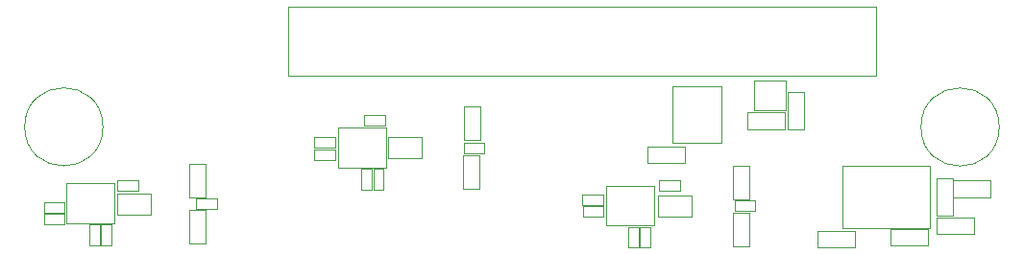
<source format=gbr>
%TF.GenerationSoftware,KiCad,Pcbnew,7.0.8*%
%TF.CreationDate,2024-02-06T22:23:07+01:00*%
%TF.ProjectId,HatV3,48617456-332e-46b6-9963-61645f706362,V2*%
%TF.SameCoordinates,Original*%
%TF.FileFunction,Other,User*%
%FSLAX46Y46*%
G04 Gerber Fmt 4.6, Leading zero omitted, Abs format (unit mm)*
G04 Created by KiCad (PCBNEW 7.0.8) date 2024-02-06 22:23:07*
%MOMM*%
%LPD*%
G01*
G04 APERTURE LIST*
%ADD10C,0.050000*%
G04 APERTURE END LIST*
D10*
%TO.C,C11*%
X165634400Y-102651000D02*
X168934400Y-102651000D01*
X165634400Y-104111000D02*
X165634400Y-102651000D01*
X168934400Y-102651000D02*
X168934400Y-104111000D01*
X168934400Y-104111000D02*
X165634400Y-104111000D01*
%TO.C,J5*%
X125170438Y-99385962D02*
X125170438Y-93285962D01*
X176970438Y-99385962D02*
X125170438Y-99385962D01*
X125170438Y-93285962D02*
X176970438Y-93285962D01*
X176970438Y-93285962D02*
X176970438Y-99385962D01*
%TO.C,U6*%
X181733900Y-112898800D02*
X181733900Y-107398800D01*
X181733900Y-107398800D02*
X174033900Y-107398800D01*
X174033900Y-112898800D02*
X181733900Y-112898800D01*
X174033900Y-107398800D02*
X174033900Y-112898800D01*
%TO.C,C2*%
X109600822Y-112567822D02*
X109600822Y-114387822D01*
X108680822Y-112567822D02*
X109600822Y-112567822D01*
X109600822Y-114387822D02*
X108680822Y-114387822D01*
X108680822Y-114387822D02*
X108680822Y-112567822D01*
%TO.C,FL3*%
X160701778Y-109986378D02*
X160701778Y-111866378D01*
X157761778Y-109986378D02*
X160701778Y-109986378D01*
X157761778Y-109986378D02*
X157761778Y-111866378D01*
X157761778Y-111866378D02*
X160701778Y-111866378D01*
%TO.C,C21*%
X152929000Y-111839000D02*
X151109000Y-111839000D01*
X152929000Y-110919000D02*
X152929000Y-111839000D01*
X151109000Y-111839000D02*
X151109000Y-110919000D01*
X151109000Y-110919000D02*
X152929000Y-110919000D01*
%TO.C,C8*%
X129281600Y-105743000D02*
X127461600Y-105743000D01*
X129281600Y-104823000D02*
X129281600Y-105743000D01*
X127461600Y-105743000D02*
X127461600Y-104823000D01*
X127461600Y-104823000D02*
X129281600Y-104823000D01*
%TO.C,C5*%
X117050022Y-110262222D02*
X118870022Y-110262222D01*
X117050022Y-111182222D02*
X117050022Y-110262222D01*
X118870022Y-110262222D02*
X118870022Y-111182222D01*
X118870022Y-111182222D02*
X117050022Y-111182222D01*
%TO.C,C15*%
X182272500Y-111944400D02*
X185572500Y-111944400D01*
X182272500Y-113404400D02*
X182272500Y-111944400D01*
X185572500Y-111944400D02*
X185572500Y-113404400D01*
X185572500Y-113404400D02*
X182272500Y-113404400D01*
%TO.C,C7*%
X133570022Y-107632022D02*
X133570022Y-109452022D01*
X132650022Y-107632022D02*
X133570022Y-107632022D01*
X133570022Y-109452022D02*
X132650022Y-109452022D01*
X132650022Y-109452022D02*
X132650022Y-107632022D01*
%TO.C,FL1*%
X113020022Y-109782222D02*
X113020022Y-111662222D01*
X110080022Y-109782222D02*
X113020022Y-109782222D01*
X110080022Y-109782222D02*
X110080022Y-111662222D01*
X110080022Y-111662222D02*
X113020022Y-111662222D01*
%TO.C,C20*%
X157033978Y-112776578D02*
X157033978Y-114596578D01*
X156113978Y-112776578D02*
X157033978Y-112776578D01*
X157033978Y-114596578D02*
X156113978Y-114596578D01*
X156113978Y-114596578D02*
X156113978Y-112776578D01*
%TO.C,C16*%
X183768900Y-108667800D02*
X187068900Y-108667800D01*
X183768900Y-110127800D02*
X183768900Y-108667800D01*
X187068900Y-108667800D02*
X187068900Y-110127800D01*
X187068900Y-110127800D02*
X183768900Y-110127800D01*
%TO.C,U5*%
X163369800Y-105299600D02*
X163369800Y-100299600D01*
X163369800Y-100299600D02*
X159009800Y-100299600D01*
X159009800Y-105299600D02*
X163369800Y-105299600D01*
X159009800Y-100299600D02*
X159009800Y-105299600D01*
%TO.C,R6*%
X142044622Y-106459022D02*
X142044622Y-109419022D01*
X140584622Y-106459022D02*
X142044622Y-106459022D01*
X142044622Y-109419022D02*
X140584622Y-109419022D01*
X140584622Y-109419022D02*
X140584622Y-106459022D01*
%TO.C,C23*%
X164493778Y-110447378D02*
X166313778Y-110447378D01*
X164493778Y-111367378D02*
X164493778Y-110447378D01*
X166313778Y-110447378D02*
X166313778Y-111367378D01*
X166313778Y-111367378D02*
X164493778Y-111367378D01*
%TO.C,R1*%
X110073222Y-108626622D02*
X111933222Y-108626622D01*
X110073222Y-109566622D02*
X110073222Y-108626622D01*
X111933222Y-108626622D02*
X111933222Y-109566622D01*
X111933222Y-109566622D02*
X110073222Y-109566622D01*
%TO.C,R9*%
X165780778Y-111522378D02*
X165780778Y-114482378D01*
X164320778Y-111522378D02*
X165780778Y-111522378D01*
X165780778Y-114482378D02*
X164320778Y-114482378D01*
X164320778Y-114482378D02*
X164320778Y-111522378D01*
%TO.C,C6*%
X132506022Y-107632022D02*
X132506022Y-109452022D01*
X131586022Y-107632022D02*
X132506022Y-107632022D01*
X132506022Y-109452022D02*
X131586022Y-109452022D01*
X131586022Y-109452022D02*
X131586022Y-107632022D01*
%TO.C,U1*%
X105606422Y-108931222D02*
X105606422Y-112431222D01*
X105606422Y-112431222D02*
X109846422Y-112431222D01*
X109846422Y-108931222D02*
X105606422Y-108931222D01*
X109846422Y-112431222D02*
X109846422Y-108931222D01*
%TO.C,R8*%
X165780778Y-107332378D02*
X165780778Y-110292378D01*
X164320778Y-107332378D02*
X165780778Y-107332378D01*
X165780778Y-110292378D02*
X164320778Y-110292378D01*
X164320778Y-110292378D02*
X164320778Y-107332378D01*
%TO.C,Y1*%
X169048800Y-102457000D02*
X169048800Y-99857000D01*
X169048800Y-99857000D02*
X166248800Y-99857000D01*
X166248800Y-102457000D02*
X169048800Y-102457000D01*
X166248800Y-99857000D02*
X166248800Y-102457000D01*
%TO.C,C19*%
X156017978Y-112748578D02*
X156017978Y-114568578D01*
X155097978Y-112748578D02*
X156017978Y-112748578D01*
X156017978Y-114568578D02*
X155097978Y-114568578D01*
X155097978Y-114568578D02*
X155097978Y-112748578D01*
%TO.C,C17*%
X181507400Y-114395000D02*
X178207400Y-114395000D01*
X181507400Y-112935000D02*
X181507400Y-114395000D01*
X178207400Y-114395000D02*
X178207400Y-112935000D01*
X178207400Y-112935000D02*
X181507400Y-112935000D01*
%TO.C,R5*%
X142095422Y-102141022D02*
X142095422Y-105101022D01*
X140635422Y-102141022D02*
X142095422Y-102141022D01*
X142095422Y-105101022D02*
X140635422Y-105101022D01*
X140635422Y-105101022D02*
X140635422Y-102141022D01*
%TO.C,C14*%
X175082300Y-114547400D02*
X171782300Y-114547400D01*
X175082300Y-113087400D02*
X175082300Y-114547400D01*
X171782300Y-114547400D02*
X171782300Y-113087400D01*
X171782300Y-113087400D02*
X175082300Y-113087400D01*
%TO.C,C22*%
X152901000Y-110823000D02*
X151081000Y-110823000D01*
X152901000Y-109903000D02*
X152901000Y-110823000D01*
X151081000Y-110823000D02*
X151081000Y-109903000D01*
X151081000Y-109903000D02*
X152901000Y-109903000D01*
%TO.C,C12*%
X170605200Y-100843100D02*
X170605200Y-104143100D01*
X169145200Y-100843100D02*
X170605200Y-100843100D01*
X170605200Y-104143100D02*
X169145200Y-104143100D01*
X169145200Y-104143100D02*
X169145200Y-100843100D01*
%TO.C,C3*%
X105459000Y-112524800D02*
X103639000Y-112524800D01*
X105459000Y-111604800D02*
X105459000Y-112524800D01*
X103639000Y-112524800D02*
X103639000Y-111604800D01*
X103639000Y-111604800D02*
X105459000Y-111604800D01*
%TO.C,R2*%
X117887822Y-107198022D02*
X117887822Y-110158022D01*
X116427822Y-107198022D02*
X117887822Y-107198022D01*
X117887822Y-110158022D02*
X116427822Y-110158022D01*
X116427822Y-110158022D02*
X116427822Y-107198022D01*
%TO.C,R3*%
X117887822Y-111262022D02*
X117887822Y-114222022D01*
X116427822Y-111262022D02*
X117887822Y-111262022D01*
X117887822Y-114222022D02*
X116427822Y-114222022D01*
X116427822Y-114222022D02*
X116427822Y-111262022D01*
%TO.C,R7*%
X157802978Y-108644578D02*
X159662978Y-108644578D01*
X157802978Y-109584578D02*
X157802978Y-108644578D01*
X159662978Y-108644578D02*
X159662978Y-109584578D01*
X159662978Y-109584578D02*
X157802978Y-109584578D01*
%TO.C,C4*%
X105459000Y-111508800D02*
X103639000Y-111508800D01*
X105459000Y-110588800D02*
X105459000Y-111508800D01*
X103639000Y-111508800D02*
X103639000Y-110588800D01*
X103639000Y-110588800D02*
X105459000Y-110588800D01*
%TO.C,C10*%
X140643422Y-105336022D02*
X142463422Y-105336022D01*
X140643422Y-106256022D02*
X140643422Y-105336022D01*
X142463422Y-105336022D02*
X142463422Y-106256022D01*
X142463422Y-106256022D02*
X140643422Y-106256022D01*
%TO.C,C18*%
X183762400Y-108484400D02*
X183762400Y-111784400D01*
X182302400Y-108484400D02*
X183762400Y-108484400D01*
X183762400Y-111784400D02*
X182302400Y-111784400D01*
X182302400Y-111784400D02*
X182302400Y-108484400D01*
%TO.C,C13*%
X160120600Y-107130600D02*
X156820600Y-107130600D01*
X160120600Y-105670600D02*
X160120600Y-107130600D01*
X156820600Y-107130600D02*
X156820600Y-105670600D01*
X156820600Y-105670600D02*
X160120600Y-105670600D01*
%TO.C,U7*%
X153183978Y-109153578D02*
X153183978Y-112653578D01*
X153183978Y-112653578D02*
X157423978Y-112653578D01*
X157423978Y-109153578D02*
X153183978Y-109153578D01*
X157423978Y-112653578D02*
X157423978Y-109153578D01*
%TO.C,C9*%
X129281600Y-106886000D02*
X127461600Y-106886000D01*
X129281600Y-105966000D02*
X129281600Y-106886000D01*
X127461600Y-106886000D02*
X127461600Y-105966000D01*
X127461600Y-105966000D02*
X129281600Y-105966000D01*
%TO.C,R4*%
X133695800Y-103822600D02*
X131835800Y-103822600D01*
X133695800Y-102882600D02*
X133695800Y-103822600D01*
X131835800Y-103822600D02*
X131835800Y-102882600D01*
X131835800Y-102882600D02*
X133695800Y-102882600D01*
%TO.C,C1*%
X108584822Y-112567822D02*
X108584822Y-114387822D01*
X107664822Y-112567822D02*
X108584822Y-112567822D01*
X108584822Y-114387822D02*
X107664822Y-114387822D01*
X107664822Y-114387822D02*
X107664822Y-112567822D01*
%TO.C,FL2*%
X136905022Y-104814622D02*
X136905022Y-106694622D01*
X133965022Y-104814622D02*
X136905022Y-104814622D01*
X133965022Y-104814622D02*
X133965022Y-106694622D01*
X133965022Y-106694622D02*
X136905022Y-106694622D01*
%TO.C,H1*%
X108830438Y-103923800D02*
G75*
G03*
X108830438Y-103923800I-3450000J0D01*
G01*
%TO.C,U3*%
X129540022Y-104005022D02*
X129540022Y-107505022D01*
X129540022Y-107505022D02*
X133780022Y-107505022D01*
X133780022Y-104005022D02*
X129540022Y-104005022D01*
X133780022Y-107505022D02*
X133780022Y-104005022D01*
%TO.C,H2*%
X187829438Y-103935962D02*
G75*
G03*
X187829438Y-103935962I-3450000J0D01*
G01*
%TD*%
M02*

</source>
